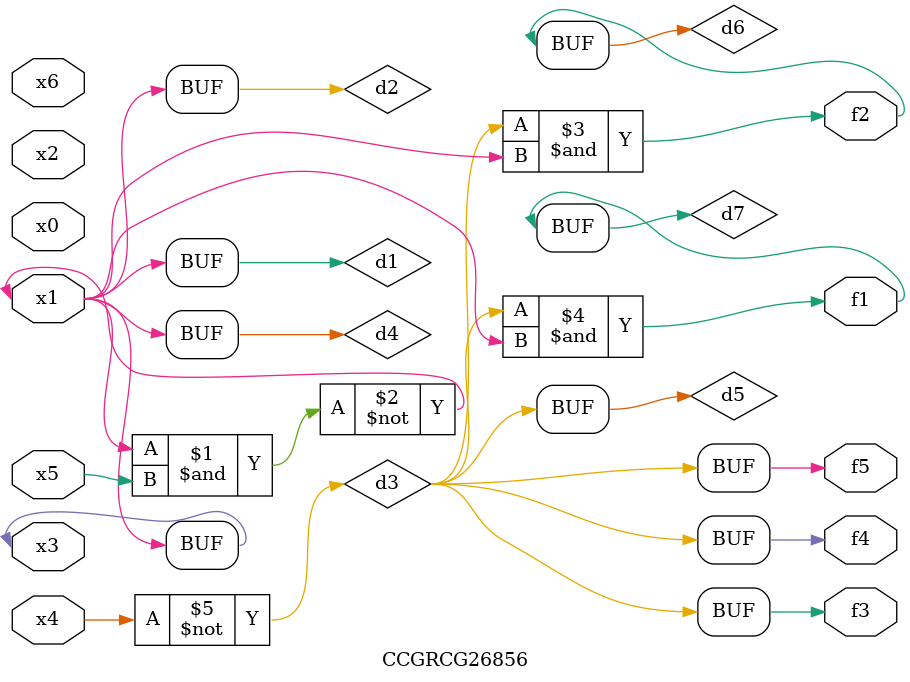
<source format=v>
module CCGRCG26856(
	input x0, x1, x2, x3, x4, x5, x6,
	output f1, f2, f3, f4, f5
);

	wire d1, d2, d3, d4, d5, d6, d7;

	buf (d1, x1, x3);
	nand (d2, x1, x5);
	not (d3, x4);
	buf (d4, d1, d2);
	buf (d5, d3);
	and (d6, d3, d4);
	and (d7, d3, d4);
	assign f1 = d7;
	assign f2 = d6;
	assign f3 = d5;
	assign f4 = d5;
	assign f5 = d5;
endmodule

</source>
